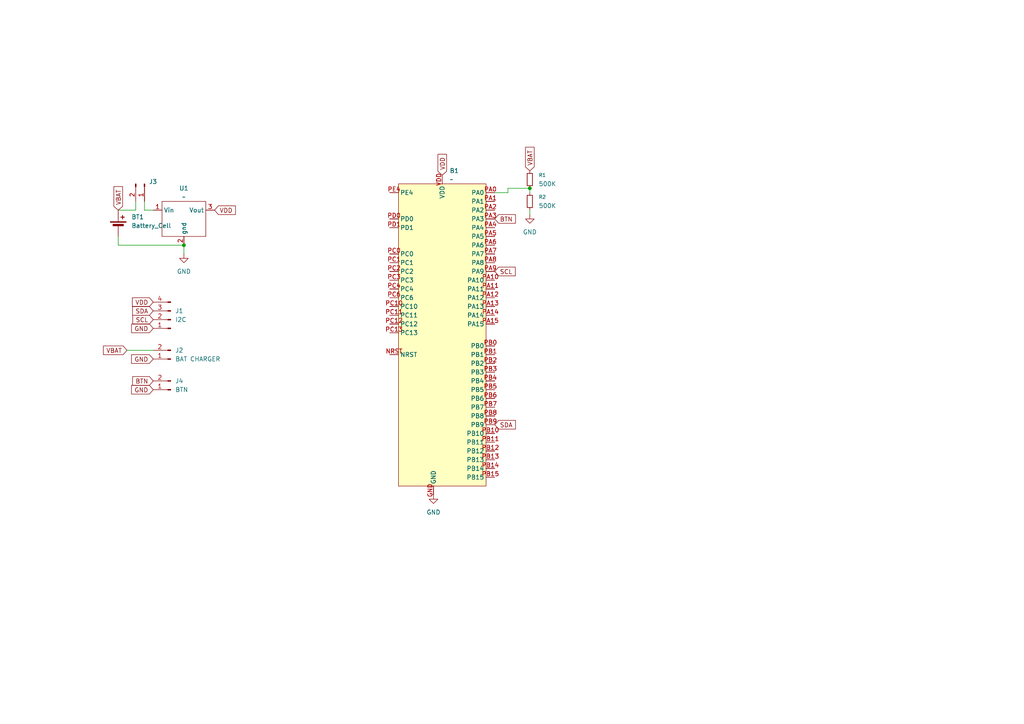
<source format=kicad_sch>
(kicad_sch
	(version 20250114)
	(generator "eeschema")
	(generator_version "9.0")
	(uuid "a92fda32-0509-471d-967e-b058d7bf7710")
	(paper "A4")
	(lib_symbols
		(symbol "CUSTOM_MCU_DEVBOARD:STM32WB5MMG_DEVBOARD"
			(exclude_from_sim no)
			(in_bom yes)
			(on_board yes)
			(property "Reference" "B"
				(at 0 3.556 0)
				(effects
					(font
						(size 1.27 1.27)
					)
				)
			)
			(property "Value" ""
				(at 0 0 0)
				(effects
					(font
						(size 1.27 1.27)
					)
				)
			)
			(property "Footprint" ""
				(at 0 0 0)
				(effects
					(font
						(size 1.27 1.27)
					)
					(hide yes)
				)
			)
			(property "Datasheet" ""
				(at 0 0 0)
				(effects
					(font
						(size 1.27 1.27)
					)
					(hide yes)
				)
			)
			(property "Description" ""
				(at 0 0 0)
				(effects
					(font
						(size 1.27 1.27)
					)
					(hide yes)
				)
			)
			(property "ki_locked" ""
				(at 0 0 0)
				(effects
					(font
						(size 1.27 1.27)
					)
				)
			)
			(symbol "STM32WB5MMG_DEVBOARD_1_1"
				(rectangle
					(start 0 0)
					(end 25.4 -87.63)
					(stroke
						(width 0)
						(type solid)
					)
					(fill
						(type background)
					)
				)
				(pin bidirectional line
					(at -2.54 -2.54 0)
					(length 2.54)
					(name "PE4"
						(effects
							(font
								(size 1.27 1.27)
							)
						)
					)
					(number "PE4"
						(effects
							(font
								(size 1.27 1.27)
							)
						)
					)
				)
				(pin bidirectional line
					(at -2.54 -10.16 0)
					(length 2.54)
					(name "PD0"
						(effects
							(font
								(size 1.27 1.27)
							)
						)
					)
					(number "PD0"
						(effects
							(font
								(size 1.27 1.27)
							)
						)
					)
				)
				(pin bidirectional line
					(at -2.54 -12.7 0)
					(length 2.54)
					(name "PD1"
						(effects
							(font
								(size 1.27 1.27)
							)
						)
					)
					(number "PD1"
						(effects
							(font
								(size 1.27 1.27)
							)
						)
					)
				)
				(pin bidirectional line
					(at -2.54 -20.32 0)
					(length 2.54)
					(name "PC0"
						(effects
							(font
								(size 1.27 1.27)
							)
						)
					)
					(number "PC0"
						(effects
							(font
								(size 1.27 1.27)
							)
						)
					)
				)
				(pin bidirectional line
					(at -2.54 -22.86 0)
					(length 2.54)
					(name "PC1"
						(effects
							(font
								(size 1.27 1.27)
							)
						)
					)
					(number "PC1"
						(effects
							(font
								(size 1.27 1.27)
							)
						)
					)
				)
				(pin bidirectional line
					(at -2.54 -25.4 0)
					(length 2.54)
					(name "PC2"
						(effects
							(font
								(size 1.27 1.27)
							)
						)
					)
					(number "PC2"
						(effects
							(font
								(size 1.27 1.27)
							)
						)
					)
				)
				(pin bidirectional line
					(at -2.54 -27.94 0)
					(length 2.54)
					(name "PC3"
						(effects
							(font
								(size 1.27 1.27)
							)
						)
					)
					(number "PC3"
						(effects
							(font
								(size 1.27 1.27)
							)
						)
					)
				)
				(pin bidirectional line
					(at -2.54 -30.48 0)
					(length 2.54)
					(name "PC4"
						(effects
							(font
								(size 1.27 1.27)
							)
						)
					)
					(number "PC4"
						(effects
							(font
								(size 1.27 1.27)
							)
						)
					)
				)
				(pin bidirectional line
					(at -2.54 -33.02 0)
					(length 2.54)
					(name "PC6"
						(effects
							(font
								(size 1.27 1.27)
							)
						)
					)
					(number "PC6"
						(effects
							(font
								(size 1.27 1.27)
							)
						)
					)
				)
				(pin bidirectional line
					(at -2.54 -35.56 0)
					(length 2.54)
					(name "PC10"
						(effects
							(font
								(size 1.27 1.27)
							)
						)
					)
					(number "PC10"
						(effects
							(font
								(size 1.27 1.27)
							)
						)
					)
				)
				(pin bidirectional line
					(at -2.54 -38.1 0)
					(length 2.54)
					(name "PC11"
						(effects
							(font
								(size 1.27 1.27)
							)
						)
					)
					(number "PC11"
						(effects
							(font
								(size 1.27 1.27)
							)
						)
					)
				)
				(pin bidirectional line
					(at -2.54 -40.64 0)
					(length 2.54)
					(name "PC12"
						(effects
							(font
								(size 1.27 1.27)
							)
						)
					)
					(number "PC12"
						(effects
							(font
								(size 1.27 1.27)
							)
						)
					)
				)
				(pin bidirectional line
					(at -2.54 -43.18 0)
					(length 2.54)
					(name "PC13"
						(effects
							(font
								(size 1.27 1.27)
							)
						)
					)
					(number "PC13"
						(effects
							(font
								(size 1.27 1.27)
							)
						)
					)
				)
				(pin bidirectional line
					(at -2.54 -49.53 0)
					(length 2.54)
					(name "NRST"
						(effects
							(font
								(size 1.27 1.27)
							)
						)
					)
					(number "NRST"
						(effects
							(font
								(size 1.27 1.27)
							)
						)
					)
				)
				(pin power_in line
					(at 10.16 -90.17 90)
					(length 2.54)
					(name "GND"
						(effects
							(font
								(size 1.27 1.27)
							)
						)
					)
					(number "GND"
						(effects
							(font
								(size 1.27 1.27)
							)
						)
					)
				)
				(pin power_in line
					(at 12.7 2.54 270)
					(length 2.54)
					(name "VDD"
						(effects
							(font
								(size 1.27 1.27)
							)
						)
					)
					(number "VDD"
						(effects
							(font
								(size 1.27 1.27)
							)
						)
					)
				)
				(pin bidirectional line
					(at 27.94 -2.54 180)
					(length 2.54)
					(name "PA0"
						(effects
							(font
								(size 1.27 1.27)
							)
						)
					)
					(number "PA0"
						(effects
							(font
								(size 1.27 1.27)
							)
						)
					)
				)
				(pin bidirectional line
					(at 27.94 -5.08 180)
					(length 2.54)
					(name "PA1"
						(effects
							(font
								(size 1.27 1.27)
							)
						)
					)
					(number "PA1"
						(effects
							(font
								(size 1.27 1.27)
							)
						)
					)
				)
				(pin bidirectional line
					(at 27.94 -7.62 180)
					(length 2.54)
					(name "PA2"
						(effects
							(font
								(size 1.27 1.27)
							)
						)
					)
					(number "PA2"
						(effects
							(font
								(size 1.27 1.27)
							)
						)
					)
				)
				(pin bidirectional line
					(at 27.94 -10.16 180)
					(length 2.54)
					(name "PA3"
						(effects
							(font
								(size 1.27 1.27)
							)
						)
					)
					(number "PA3"
						(effects
							(font
								(size 1.27 1.27)
							)
						)
					)
				)
				(pin bidirectional line
					(at 27.94 -12.7 180)
					(length 2.54)
					(name "PA4"
						(effects
							(font
								(size 1.27 1.27)
							)
						)
					)
					(number "PA4"
						(effects
							(font
								(size 1.27 1.27)
							)
						)
					)
				)
				(pin bidirectional line
					(at 27.94 -15.24 180)
					(length 2.54)
					(name "PA5"
						(effects
							(font
								(size 1.27 1.27)
							)
						)
					)
					(number "PA5"
						(effects
							(font
								(size 1.27 1.27)
							)
						)
					)
				)
				(pin bidirectional line
					(at 27.94 -17.78 180)
					(length 2.54)
					(name "PA6"
						(effects
							(font
								(size 1.27 1.27)
							)
						)
					)
					(number "PA6"
						(effects
							(font
								(size 1.27 1.27)
							)
						)
					)
				)
				(pin bidirectional line
					(at 27.94 -20.32 180)
					(length 2.54)
					(name "PA7"
						(effects
							(font
								(size 1.27 1.27)
							)
						)
					)
					(number "PA7"
						(effects
							(font
								(size 1.27 1.27)
							)
						)
					)
				)
				(pin bidirectional line
					(at 27.94 -22.86 180)
					(length 2.54)
					(name "PA8"
						(effects
							(font
								(size 1.27 1.27)
							)
						)
					)
					(number "PA8"
						(effects
							(font
								(size 1.27 1.27)
							)
						)
					)
				)
				(pin bidirectional line
					(at 27.94 -25.4 180)
					(length 2.54)
					(name "PA9"
						(effects
							(font
								(size 1.27 1.27)
							)
						)
					)
					(number "PA9"
						(effects
							(font
								(size 1.27 1.27)
							)
						)
					)
				)
				(pin bidirectional line
					(at 27.94 -27.94 180)
					(length 2.54)
					(name "PA10"
						(effects
							(font
								(size 1.27 1.27)
							)
						)
					)
					(number "PA10"
						(effects
							(font
								(size 1.27 1.27)
							)
						)
					)
				)
				(pin bidirectional line
					(at 27.94 -30.48 180)
					(length 2.54)
					(name "PA11"
						(effects
							(font
								(size 1.27 1.27)
							)
						)
					)
					(number "PA11"
						(effects
							(font
								(size 1.27 1.27)
							)
						)
					)
				)
				(pin bidirectional line
					(at 27.94 -33.02 180)
					(length 2.54)
					(name "PA12"
						(effects
							(font
								(size 1.27 1.27)
							)
						)
					)
					(number "PA12"
						(effects
							(font
								(size 1.27 1.27)
							)
						)
					)
				)
				(pin bidirectional line
					(at 27.94 -35.56 180)
					(length 2.54)
					(name "PA13"
						(effects
							(font
								(size 1.27 1.27)
							)
						)
					)
					(number "PA13"
						(effects
							(font
								(size 1.27 1.27)
							)
						)
					)
				)
				(pin bidirectional line
					(at 27.94 -38.1 180)
					(length 2.54)
					(name "PA14"
						(effects
							(font
								(size 1.27 1.27)
							)
						)
					)
					(number "PA14"
						(effects
							(font
								(size 1.27 1.27)
							)
						)
					)
				)
				(pin bidirectional line
					(at 27.94 -40.64 180)
					(length 2.54)
					(name "PA15"
						(effects
							(font
								(size 1.27 1.27)
							)
						)
					)
					(number "PA15"
						(effects
							(font
								(size 1.27 1.27)
							)
						)
					)
				)
				(pin bidirectional line
					(at 27.94 -46.99 180)
					(length 2.54)
					(name "PB0"
						(effects
							(font
								(size 1.27 1.27)
							)
						)
					)
					(number "PB0"
						(effects
							(font
								(size 1.27 1.27)
							)
						)
					)
				)
				(pin bidirectional line
					(at 27.94 -49.53 180)
					(length 2.54)
					(name "PB1"
						(effects
							(font
								(size 1.27 1.27)
							)
						)
					)
					(number "PB1"
						(effects
							(font
								(size 1.27 1.27)
							)
						)
					)
				)
				(pin bidirectional line
					(at 27.94 -52.07 180)
					(length 2.54)
					(name "PB2"
						(effects
							(font
								(size 1.27 1.27)
							)
						)
					)
					(number "PB2"
						(effects
							(font
								(size 1.27 1.27)
							)
						)
					)
				)
				(pin bidirectional line
					(at 27.94 -54.61 180)
					(length 2.54)
					(name "PB3"
						(effects
							(font
								(size 1.27 1.27)
							)
						)
					)
					(number "PB3"
						(effects
							(font
								(size 1.27 1.27)
							)
						)
					)
				)
				(pin bidirectional line
					(at 27.94 -57.15 180)
					(length 2.54)
					(name "PB4"
						(effects
							(font
								(size 1.27 1.27)
							)
						)
					)
					(number "PB4"
						(effects
							(font
								(size 1.27 1.27)
							)
						)
					)
				)
				(pin bidirectional line
					(at 27.94 -59.69 180)
					(length 2.54)
					(name "PB5"
						(effects
							(font
								(size 1.27 1.27)
							)
						)
					)
					(number "PB5"
						(effects
							(font
								(size 1.27 1.27)
							)
						)
					)
				)
				(pin bidirectional line
					(at 27.94 -62.23 180)
					(length 2.54)
					(name "PB6"
						(effects
							(font
								(size 1.27 1.27)
							)
						)
					)
					(number "PB6"
						(effects
							(font
								(size 1.27 1.27)
							)
						)
					)
				)
				(pin bidirectional line
					(at 27.94 -64.77 180)
					(length 2.54)
					(name "PB7"
						(effects
							(font
								(size 1.27 1.27)
							)
						)
					)
					(number "PB7"
						(effects
							(font
								(size 1.27 1.27)
							)
						)
					)
				)
				(pin bidirectional line
					(at 27.94 -67.31 180)
					(length 2.54)
					(name "PB8"
						(effects
							(font
								(size 1.27 1.27)
							)
						)
					)
					(number "PB8"
						(effects
							(font
								(size 1.27 1.27)
							)
						)
					)
				)
				(pin bidirectional line
					(at 27.94 -69.85 180)
					(length 2.54)
					(name "PB9"
						(effects
							(font
								(size 1.27 1.27)
							)
						)
					)
					(number "PB9"
						(effects
							(font
								(size 1.27 1.27)
							)
						)
					)
				)
				(pin bidirectional line
					(at 27.94 -72.39 180)
					(length 2.54)
					(name "PB10"
						(effects
							(font
								(size 1.27 1.27)
							)
						)
					)
					(number "PB10"
						(effects
							(font
								(size 1.27 1.27)
							)
						)
					)
				)
				(pin bidirectional line
					(at 27.94 -74.93 180)
					(length 2.54)
					(name "PB11"
						(effects
							(font
								(size 1.27 1.27)
							)
						)
					)
					(number "PB11"
						(effects
							(font
								(size 1.27 1.27)
							)
						)
					)
				)
				(pin bidirectional line
					(at 27.94 -77.47 180)
					(length 2.54)
					(name "PB12"
						(effects
							(font
								(size 1.27 1.27)
							)
						)
					)
					(number "PB12"
						(effects
							(font
								(size 1.27 1.27)
							)
						)
					)
				)
				(pin bidirectional line
					(at 27.94 -80.01 180)
					(length 2.54)
					(name "PB13"
						(effects
							(font
								(size 1.27 1.27)
							)
						)
					)
					(number "PB13"
						(effects
							(font
								(size 1.27 1.27)
							)
						)
					)
				)
				(pin bidirectional line
					(at 27.94 -82.55 180)
					(length 2.54)
					(name "PB14"
						(effects
							(font
								(size 1.27 1.27)
							)
						)
					)
					(number "PB14"
						(effects
							(font
								(size 1.27 1.27)
							)
						)
					)
				)
				(pin bidirectional line
					(at 27.94 -85.09 180)
					(length 2.54)
					(name "PB15"
						(effects
							(font
								(size 1.27 1.27)
							)
						)
					)
					(number "PB15"
						(effects
							(font
								(size 1.27 1.27)
							)
						)
					)
				)
			)
			(embedded_fonts no)
		)
		(symbol "CUSTOM_MODULE:LM3671_MODULE"
			(exclude_from_sim no)
			(in_bom yes)
			(on_board yes)
			(property "Reference" "U"
				(at 6.35 1.016 0)
				(effects
					(font
						(size 1.27 1.27)
					)
				)
			)
			(property "Value" ""
				(at 0 0 0)
				(effects
					(font
						(size 1.27 1.27)
					)
				)
			)
			(property "Footprint" ""
				(at 0 0 0)
				(effects
					(font
						(size 1.27 1.27)
					)
					(hide yes)
				)
			)
			(property "Datasheet" ""
				(at 0 0 0)
				(effects
					(font
						(size 1.27 1.27)
					)
					(hide yes)
				)
			)
			(property "Description" ""
				(at 0 0 0)
				(effects
					(font
						(size 1.27 1.27)
					)
					(hide yes)
				)
			)
			(symbol "LM3671_MODULE_0_1"
				(rectangle
					(start 0 0)
					(end 12.7 -10.16)
					(stroke
						(width 0)
						(type default)
					)
					(fill
						(type none)
					)
				)
			)
			(symbol "LM3671_MODULE_1_1"
				(pin power_in line
					(at -2.54 -2.54 0)
					(length 2.54)
					(name "Vin"
						(effects
							(font
								(size 1.27 1.27)
							)
						)
					)
					(number "1"
						(effects
							(font
								(size 1.27 1.27)
							)
						)
					)
				)
				(pin power_in line
					(at 6.35 -12.7 90)
					(length 2.54)
					(name "gnd"
						(effects
							(font
								(size 1.27 1.27)
							)
						)
					)
					(number "2"
						(effects
							(font
								(size 1.27 1.27)
							)
						)
					)
				)
				(pin power_out line
					(at 15.24 -2.54 180)
					(length 2.54)
					(name "Vout"
						(effects
							(font
								(size 1.27 1.27)
							)
						)
					)
					(number "3"
						(effects
							(font
								(size 1.27 1.27)
							)
						)
					)
				)
			)
			(embedded_fonts no)
		)
		(symbol "Connector:Conn_01x02_Pin"
			(pin_names
				(offset 1.016)
				(hide yes)
			)
			(exclude_from_sim no)
			(in_bom yes)
			(on_board yes)
			(property "Reference" "J"
				(at 0 2.54 0)
				(effects
					(font
						(size 1.27 1.27)
					)
				)
			)
			(property "Value" "Conn_01x02_Pin"
				(at 0 -5.08 0)
				(effects
					(font
						(size 1.27 1.27)
					)
				)
			)
			(property "Footprint" ""
				(at 0 0 0)
				(effects
					(font
						(size 1.27 1.27)
					)
					(hide yes)
				)
			)
			(property "Datasheet" "~"
				(at 0 0 0)
				(effects
					(font
						(size 1.27 1.27)
					)
					(hide yes)
				)
			)
			(property "Description" "Generic connector, single row, 01x02, script generated"
				(at 0 0 0)
				(effects
					(font
						(size 1.27 1.27)
					)
					(hide yes)
				)
			)
			(property "ki_locked" ""
				(at 0 0 0)
				(effects
					(font
						(size 1.27 1.27)
					)
				)
			)
			(property "ki_keywords" "connector"
				(at 0 0 0)
				(effects
					(font
						(size 1.27 1.27)
					)
					(hide yes)
				)
			)
			(property "ki_fp_filters" "Connector*:*_1x??_*"
				(at 0 0 0)
				(effects
					(font
						(size 1.27 1.27)
					)
					(hide yes)
				)
			)
			(symbol "Conn_01x02_Pin_1_1"
				(rectangle
					(start 0.8636 0.127)
					(end 0 -0.127)
					(stroke
						(width 0.1524)
						(type default)
					)
					(fill
						(type outline)
					)
				)
				(rectangle
					(start 0.8636 -2.413)
					(end 0 -2.667)
					(stroke
						(width 0.1524)
						(type default)
					)
					(fill
						(type outline)
					)
				)
				(polyline
					(pts
						(xy 1.27 0) (xy 0.8636 0)
					)
					(stroke
						(width 0.1524)
						(type default)
					)
					(fill
						(type none)
					)
				)
				(polyline
					(pts
						(xy 1.27 -2.54) (xy 0.8636 -2.54)
					)
					(stroke
						(width 0.1524)
						(type default)
					)
					(fill
						(type none)
					)
				)
				(pin passive line
					(at 5.08 0 180)
					(length 3.81)
					(name "Pin_1"
						(effects
							(font
								(size 1.27 1.27)
							)
						)
					)
					(number "1"
						(effects
							(font
								(size 1.27 1.27)
							)
						)
					)
				)
				(pin passive line
					(at 5.08 -2.54 180)
					(length 3.81)
					(name "Pin_2"
						(effects
							(font
								(size 1.27 1.27)
							)
						)
					)
					(number "2"
						(effects
							(font
								(size 1.27 1.27)
							)
						)
					)
				)
			)
			(embedded_fonts no)
		)
		(symbol "Connector:Conn_01x04_Pin"
			(pin_names
				(offset 1.016)
				(hide yes)
			)
			(exclude_from_sim no)
			(in_bom yes)
			(on_board yes)
			(property "Reference" "J"
				(at 0 5.08 0)
				(effects
					(font
						(size 1.27 1.27)
					)
				)
			)
			(property "Value" "Conn_01x04_Pin"
				(at 0 -7.62 0)
				(effects
					(font
						(size 1.27 1.27)
					)
				)
			)
			(property "Footprint" ""
				(at 0 0 0)
				(effects
					(font
						(size 1.27 1.27)
					)
					(hide yes)
				)
			)
			(property "Datasheet" "~"
				(at 0 0 0)
				(effects
					(font
						(size 1.27 1.27)
					)
					(hide yes)
				)
			)
			(property "Description" "Generic connector, single row, 01x04, script generated"
				(at 0 0 0)
				(effects
					(font
						(size 1.27 1.27)
					)
					(hide yes)
				)
			)
			(property "ki_locked" ""
				(at 0 0 0)
				(effects
					(font
						(size 1.27 1.27)
					)
				)
			)
			(property "ki_keywords" "connector"
				(at 0 0 0)
				(effects
					(font
						(size 1.27 1.27)
					)
					(hide yes)
				)
			)
			(property "ki_fp_filters" "Connector*:*_1x??_*"
				(at 0 0 0)
				(effects
					(font
						(size 1.27 1.27)
					)
					(hide yes)
				)
			)
			(symbol "Conn_01x04_Pin_1_1"
				(rectangle
					(start 0.8636 2.667)
					(end 0 2.413)
					(stroke
						(width 0.1524)
						(type default)
					)
					(fill
						(type outline)
					)
				)
				(rectangle
					(start 0.8636 0.127)
					(end 0 -0.127)
					(stroke
						(width 0.1524)
						(type default)
					)
					(fill
						(type outline)
					)
				)
				(rectangle
					(start 0.8636 -2.413)
					(end 0 -2.667)
					(stroke
						(width 0.1524)
						(type default)
					)
					(fill
						(type outline)
					)
				)
				(rectangle
					(start 0.8636 -4.953)
					(end 0 -5.207)
					(stroke
						(width 0.1524)
						(type default)
					)
					(fill
						(type outline)
					)
				)
				(polyline
					(pts
						(xy 1.27 2.54) (xy 0.8636 2.54)
					)
					(stroke
						(width 0.1524)
						(type default)
					)
					(fill
						(type none)
					)
				)
				(polyline
					(pts
						(xy 1.27 0) (xy 0.8636 0)
					)
					(stroke
						(width 0.1524)
						(type default)
					)
					(fill
						(type none)
					)
				)
				(polyline
					(pts
						(xy 1.27 -2.54) (xy 0.8636 -2.54)
					)
					(stroke
						(width 0.1524)
						(type default)
					)
					(fill
						(type none)
					)
				)
				(polyline
					(pts
						(xy 1.27 -5.08) (xy 0.8636 -5.08)
					)
					(stroke
						(width 0.1524)
						(type default)
					)
					(fill
						(type none)
					)
				)
				(pin passive line
					(at 5.08 2.54 180)
					(length 3.81)
					(name "Pin_1"
						(effects
							(font
								(size 1.27 1.27)
							)
						)
					)
					(number "1"
						(effects
							(font
								(size 1.27 1.27)
							)
						)
					)
				)
				(pin passive line
					(at 5.08 0 180)
					(length 3.81)
					(name "Pin_2"
						(effects
							(font
								(size 1.27 1.27)
							)
						)
					)
					(number "2"
						(effects
							(font
								(size 1.27 1.27)
							)
						)
					)
				)
				(pin passive line
					(at 5.08 -2.54 180)
					(length 3.81)
					(name "Pin_3"
						(effects
							(font
								(size 1.27 1.27)
							)
						)
					)
					(number "3"
						(effects
							(font
								(size 1.27 1.27)
							)
						)
					)
				)
				(pin passive line
					(at 5.08 -5.08 180)
					(length 3.81)
					(name "Pin_4"
						(effects
							(font
								(size 1.27 1.27)
							)
						)
					)
					(number "4"
						(effects
							(font
								(size 1.27 1.27)
							)
						)
					)
				)
			)
			(embedded_fonts no)
		)
		(symbol "Device:Battery_Cell"
			(pin_numbers
				(hide yes)
			)
			(pin_names
				(offset 0)
				(hide yes)
			)
			(exclude_from_sim no)
			(in_bom yes)
			(on_board yes)
			(property "Reference" "BT"
				(at 2.54 2.54 0)
				(effects
					(font
						(size 1.27 1.27)
					)
					(justify left)
				)
			)
			(property "Value" "Battery_Cell"
				(at 2.54 0 0)
				(effects
					(font
						(size 1.27 1.27)
					)
					(justify left)
				)
			)
			(property "Footprint" ""
				(at 0 1.524 90)
				(effects
					(font
						(size 1.27 1.27)
					)
					(hide yes)
				)
			)
			(property "Datasheet" "~"
				(at 0 1.524 90)
				(effects
					(font
						(size 1.27 1.27)
					)
					(hide yes)
				)
			)
			(property "Description" "Single-cell battery"
				(at 0 0 0)
				(effects
					(font
						(size 1.27 1.27)
					)
					(hide yes)
				)
			)
			(property "ki_keywords" "battery cell"
				(at 0 0 0)
				(effects
					(font
						(size 1.27 1.27)
					)
					(hide yes)
				)
			)
			(symbol "Battery_Cell_0_1"
				(rectangle
					(start -2.286 1.778)
					(end 2.286 1.524)
					(stroke
						(width 0)
						(type default)
					)
					(fill
						(type outline)
					)
				)
				(rectangle
					(start -1.524 1.016)
					(end 1.524 0.508)
					(stroke
						(width 0)
						(type default)
					)
					(fill
						(type outline)
					)
				)
				(polyline
					(pts
						(xy 0 1.778) (xy 0 2.54)
					)
					(stroke
						(width 0)
						(type default)
					)
					(fill
						(type none)
					)
				)
				(polyline
					(pts
						(xy 0 0.762) (xy 0 0)
					)
					(stroke
						(width 0)
						(type default)
					)
					(fill
						(type none)
					)
				)
				(polyline
					(pts
						(xy 0.762 3.048) (xy 1.778 3.048)
					)
					(stroke
						(width 0.254)
						(type default)
					)
					(fill
						(type none)
					)
				)
				(polyline
					(pts
						(xy 1.27 3.556) (xy 1.27 2.54)
					)
					(stroke
						(width 0.254)
						(type default)
					)
					(fill
						(type none)
					)
				)
			)
			(symbol "Battery_Cell_1_1"
				(pin passive line
					(at 0 5.08 270)
					(length 2.54)
					(name "+"
						(effects
							(font
								(size 1.27 1.27)
							)
						)
					)
					(number "1"
						(effects
							(font
								(size 1.27 1.27)
							)
						)
					)
				)
				(pin passive line
					(at 0 -2.54 90)
					(length 2.54)
					(name "-"
						(effects
							(font
								(size 1.27 1.27)
							)
						)
					)
					(number "2"
						(effects
							(font
								(size 1.27 1.27)
							)
						)
					)
				)
			)
			(embedded_fonts no)
		)
		(symbol "Device:R_Small"
			(pin_numbers
				(hide yes)
			)
			(pin_names
				(offset 0.254)
				(hide yes)
			)
			(exclude_from_sim no)
			(in_bom yes)
			(on_board yes)
			(property "Reference" "R"
				(at 0 0 90)
				(effects
					(font
						(size 1.016 1.016)
					)
				)
			)
			(property "Value" "R_Small"
				(at 1.778 0 90)
				(effects
					(font
						(size 1.27 1.27)
					)
				)
			)
			(property "Footprint" ""
				(at 0 0 0)
				(effects
					(font
						(size 1.27 1.27)
					)
					(hide yes)
				)
			)
			(property "Datasheet" "~"
				(at 0 0 0)
				(effects
					(font
						(size 1.27 1.27)
					)
					(hide yes)
				)
			)
			(property "Description" "Resistor, small symbol"
				(at 0 0 0)
				(effects
					(font
						(size 1.27 1.27)
					)
					(hide yes)
				)
			)
			(property "ki_keywords" "R resistor"
				(at 0 0 0)
				(effects
					(font
						(size 1.27 1.27)
					)
					(hide yes)
				)
			)
			(property "ki_fp_filters" "R_*"
				(at 0 0 0)
				(effects
					(font
						(size 1.27 1.27)
					)
					(hide yes)
				)
			)
			(symbol "R_Small_0_1"
				(rectangle
					(start -0.762 1.778)
					(end 0.762 -1.778)
					(stroke
						(width 0.2032)
						(type default)
					)
					(fill
						(type none)
					)
				)
			)
			(symbol "R_Small_1_1"
				(pin passive line
					(at 0 2.54 270)
					(length 0.762)
					(name "~"
						(effects
							(font
								(size 1.27 1.27)
							)
						)
					)
					(number "1"
						(effects
							(font
								(size 1.27 1.27)
							)
						)
					)
				)
				(pin passive line
					(at 0 -2.54 90)
					(length 0.762)
					(name "~"
						(effects
							(font
								(size 1.27 1.27)
							)
						)
					)
					(number "2"
						(effects
							(font
								(size 1.27 1.27)
							)
						)
					)
				)
			)
			(embedded_fonts no)
		)
		(symbol "power:GND"
			(power)
			(pin_numbers
				(hide yes)
			)
			(pin_names
				(offset 0)
				(hide yes)
			)
			(exclude_from_sim no)
			(in_bom yes)
			(on_board yes)
			(property "Reference" "#PWR"
				(at 0 -6.35 0)
				(effects
					(font
						(size 1.27 1.27)
					)
					(hide yes)
				)
			)
			(property "Value" "GND"
				(at 0 -3.81 0)
				(effects
					(font
						(size 1.27 1.27)
					)
				)
			)
			(property "Footprint" ""
				(at 0 0 0)
				(effects
					(font
						(size 1.27 1.27)
					)
					(hide yes)
				)
			)
			(property "Datasheet" ""
				(at 0 0 0)
				(effects
					(font
						(size 1.27 1.27)
					)
					(hide yes)
				)
			)
			(property "Description" "Power symbol creates a global label with name \"GND\" , ground"
				(at 0 0 0)
				(effects
					(font
						(size 1.27 1.27)
					)
					(hide yes)
				)
			)
			(property "ki_keywords" "global power"
				(at 0 0 0)
				(effects
					(font
						(size 1.27 1.27)
					)
					(hide yes)
				)
			)
			(symbol "GND_0_1"
				(polyline
					(pts
						(xy 0 0) (xy 0 -1.27) (xy 1.27 -1.27) (xy 0 -2.54) (xy -1.27 -1.27) (xy 0 -1.27)
					)
					(stroke
						(width 0)
						(type default)
					)
					(fill
						(type none)
					)
				)
			)
			(symbol "GND_1_1"
				(pin power_in line
					(at 0 0 270)
					(length 0)
					(name "~"
						(effects
							(font
								(size 1.27 1.27)
							)
						)
					)
					(number "1"
						(effects
							(font
								(size 1.27 1.27)
							)
						)
					)
				)
			)
			(embedded_fonts no)
		)
	)
	(junction
		(at 53.34 71.12)
		(diameter 0)
		(color 0 0 0 0)
		(uuid "33f67e12-d6a2-4bda-b578-ef383a494341")
	)
	(junction
		(at 153.67 54.61)
		(diameter 0)
		(color 0 0 0 0)
		(uuid "345fcdd3-60b9-460c-9818-66918cd38b8a")
	)
	(wire
		(pts
			(xy 153.67 60.96) (xy 153.67 62.23)
		)
		(stroke
			(width 0)
			(type default)
		)
		(uuid "059f8e06-87ef-440c-bf70-7d607183cfc8")
	)
	(wire
		(pts
			(xy 53.34 73.66) (xy 53.34 71.12)
		)
		(stroke
			(width 0)
			(type default)
		)
		(uuid "1e37c39f-6e90-44d1-83a4-594f843282cd")
	)
	(wire
		(pts
			(xy 34.29 71.12) (xy 53.34 71.12)
		)
		(stroke
			(width 0)
			(type default)
		)
		(uuid "52292587-d139-4f28-948a-9f60a86ea0eb")
	)
	(wire
		(pts
			(xy 39.37 58.42) (xy 39.37 60.96)
		)
		(stroke
			(width 0)
			(type default)
		)
		(uuid "632ea46a-e194-474f-9cb0-2bfd2ddae100")
	)
	(wire
		(pts
			(xy 34.29 68.58) (xy 34.29 71.12)
		)
		(stroke
			(width 0)
			(type default)
		)
		(uuid "77efe2b1-a960-4fae-93df-c1773e0b865c")
	)
	(wire
		(pts
			(xy 143.51 55.88) (xy 147.32 55.88)
		)
		(stroke
			(width 0)
			(type default)
		)
		(uuid "7a1ff201-054f-40ee-8a1a-bd9469def9ea")
	)
	(wire
		(pts
			(xy 41.91 60.96) (xy 44.45 60.96)
		)
		(stroke
			(width 0)
			(type default)
		)
		(uuid "81c00728-971c-4e42-b1c1-ce0900e75521")
	)
	(wire
		(pts
			(xy 147.32 55.88) (xy 147.32 54.61)
		)
		(stroke
			(width 0)
			(type default)
		)
		(uuid "a56dbd30-fbe0-41ad-8774-9e363628ac9a")
	)
	(wire
		(pts
			(xy 41.91 58.42) (xy 41.91 60.96)
		)
		(stroke
			(width 0)
			(type default)
		)
		(uuid "b298a906-825f-43c0-a8ca-f117112b887c")
	)
	(wire
		(pts
			(xy 39.37 60.96) (xy 34.29 60.96)
		)
		(stroke
			(width 0)
			(type default)
		)
		(uuid "b6bf44ed-b39d-416c-9bf8-169a36a9ad9e")
	)
	(wire
		(pts
			(xy 153.67 55.88) (xy 153.67 54.61)
		)
		(stroke
			(width 0)
			(type default)
		)
		(uuid "bdce304a-841a-41b2-bae6-f073642e5653")
	)
	(wire
		(pts
			(xy 36.83 101.6) (xy 44.45 101.6)
		)
		(stroke
			(width 0)
			(type default)
		)
		(uuid "c98fc9aa-8712-404b-bcad-545a8cb4363d")
	)
	(wire
		(pts
			(xy 147.32 54.61) (xy 153.67 54.61)
		)
		(stroke
			(width 0)
			(type default)
		)
		(uuid "e01036b8-ba81-4f7c-a090-4f629e6c3e49")
	)
	(global_label "VBAT"
		(shape input)
		(at 34.29 60.96 90)
		(fields_autoplaced yes)
		(effects
			(font
				(size 1.27 1.27)
			)
			(justify left)
		)
		(uuid "0b60b760-a2b9-43b4-9ad9-94f97559c4f4")
		(property "Intersheetrefs" "${INTERSHEET_REFS}"
			(at 34.29 53.56 90)
			(effects
				(font
					(size 1.27 1.27)
				)
				(justify left)
				(hide yes)
			)
		)
	)
	(global_label "VDD"
		(shape input)
		(at 62.23 60.96 0)
		(fields_autoplaced yes)
		(effects
			(font
				(size 1.27 1.27)
			)
			(justify left)
		)
		(uuid "1618aea0-f471-46a5-8fee-53350b43c3b9")
		(property "Intersheetrefs" "${INTERSHEET_REFS}"
			(at 68.8438 60.96 0)
			(effects
				(font
					(size 1.27 1.27)
				)
				(justify left)
				(hide yes)
			)
		)
	)
	(global_label "VBAT"
		(shape input)
		(at 36.83 101.6 180)
		(fields_autoplaced yes)
		(effects
			(font
				(size 1.27 1.27)
			)
			(justify right)
		)
		(uuid "31cd315d-15c0-4d60-bcd0-bbbee1428503")
		(property "Intersheetrefs" "${INTERSHEET_REFS}"
			(at 29.43 101.6 0)
			(effects
				(font
					(size 1.27 1.27)
				)
				(justify right)
				(hide yes)
			)
		)
	)
	(global_label "VBAT"
		(shape input)
		(at 153.67 49.53 90)
		(fields_autoplaced yes)
		(effects
			(font
				(size 1.27 1.27)
			)
			(justify left)
		)
		(uuid "38f452ba-a777-4cfd-9480-a611a9383d3b")
		(property "Intersheetrefs" "${INTERSHEET_REFS}"
			(at 153.67 42.13 90)
			(effects
				(font
					(size 1.27 1.27)
				)
				(justify left)
				(hide yes)
			)
		)
	)
	(global_label "SDA"
		(shape input)
		(at 44.45 90.17 180)
		(fields_autoplaced yes)
		(effects
			(font
				(size 1.27 1.27)
			)
			(justify right)
		)
		(uuid "5ccde581-e54a-48ee-a1f2-de70c9d44b67")
		(property "Intersheetrefs" "${INTERSHEET_REFS}"
			(at 37.8967 90.17 0)
			(effects
				(font
					(size 1.27 1.27)
				)
				(justify right)
				(hide yes)
			)
		)
	)
	(global_label "VDD"
		(shape input)
		(at 44.45 87.63 180)
		(fields_autoplaced yes)
		(effects
			(font
				(size 1.27 1.27)
			)
			(justify right)
		)
		(uuid "66f5e4b3-67d3-447f-b386-0430c2e2c6ef")
		(property "Intersheetrefs" "${INTERSHEET_REFS}"
			(at 37.8362 87.63 0)
			(effects
				(font
					(size 1.27 1.27)
				)
				(justify right)
				(hide yes)
			)
		)
	)
	(global_label "BTN"
		(shape input)
		(at 44.45 110.49 180)
		(fields_autoplaced yes)
		(effects
			(font
				(size 1.27 1.27)
			)
			(justify right)
		)
		(uuid "79c20130-1e95-4adf-8407-61da91be8c78")
		(property "Intersheetrefs" "${INTERSHEET_REFS}"
			(at 37.8967 110.49 0)
			(effects
				(font
					(size 1.27 1.27)
				)
				(justify right)
				(hide yes)
			)
		)
	)
	(global_label "GND"
		(shape input)
		(at 44.45 104.14 180)
		(fields_autoplaced yes)
		(effects
			(font
				(size 1.27 1.27)
			)
			(justify right)
		)
		(uuid "7a4e5d74-5425-41fc-9993-a56689d8d8ba")
		(property "Intersheetrefs" "${INTERSHEET_REFS}"
			(at 37.5943 104.14 0)
			(effects
				(font
					(size 1.27 1.27)
				)
				(justify right)
				(hide yes)
			)
		)
	)
	(global_label "SDA"
		(shape input)
		(at 143.51 123.19 0)
		(fields_autoplaced yes)
		(effects
			(font
				(size 1.27 1.27)
			)
			(justify left)
		)
		(uuid "8204dc99-afe0-4cc8-8d0b-011f3d7bddf5")
		(property "Intersheetrefs" "${INTERSHEET_REFS}"
			(at 150.0633 123.19 0)
			(effects
				(font
					(size 1.27 1.27)
				)
				(justify left)
				(hide yes)
			)
		)
	)
	(global_label "BTN"
		(shape input)
		(at 143.51 63.5 0)
		(fields_autoplaced yes)
		(effects
			(font
				(size 1.27 1.27)
			)
			(justify left)
		)
		(uuid "95d17441-2b41-4fb4-a33a-2a98f7acb557")
		(property "Intersheetrefs" "${INTERSHEET_REFS}"
			(at 150.0633 63.5 0)
			(effects
				(font
					(size 1.27 1.27)
				)
				(justify left)
				(hide yes)
			)
		)
	)
	(global_label "SCL"
		(shape input)
		(at 143.51 78.74 0)
		(fields_autoplaced yes)
		(effects
			(font
				(size 1.27 1.27)
			)
			(justify left)
		)
		(uuid "a675eba8-6416-4433-a8a6-0ab828da38f0")
		(property "Intersheetrefs" "${INTERSHEET_REFS}"
			(at 150.0028 78.74 0)
			(effects
				(font
					(size 1.27 1.27)
				)
				(justify left)
				(hide yes)
			)
		)
	)
	(global_label "SCL"
		(shape input)
		(at 44.45 92.71 180)
		(fields_autoplaced yes)
		(effects
			(font
				(size 1.27 1.27)
			)
			(justify right)
		)
		(uuid "b869f5ea-1a96-4cdb-a893-14a608cb98c8")
		(property "Intersheetrefs" "${INTERSHEET_REFS}"
			(at 37.9572 92.71 0)
			(effects
				(font
					(size 1.27 1.27)
				)
				(justify right)
				(hide yes)
			)
		)
	)
	(global_label "GND"
		(shape input)
		(at 44.45 113.03 180)
		(fields_autoplaced yes)
		(effects
			(font
				(size 1.27 1.27)
			)
			(justify right)
		)
		(uuid "bcbaf7f2-5ef8-4cd3-9065-f1a083353235")
		(property "Intersheetrefs" "${INTERSHEET_REFS}"
			(at 37.5943 113.03 0)
			(effects
				(font
					(size 1.27 1.27)
				)
				(justify right)
				(hide yes)
			)
		)
	)
	(global_label "VDD"
		(shape input)
		(at 128.27 50.8 90)
		(fields_autoplaced yes)
		(effects
			(font
				(size 1.27 1.27)
			)
			(justify left)
		)
		(uuid "dc2adca1-f16a-48c9-85a2-72954aa10946")
		(property "Intersheetrefs" "${INTERSHEET_REFS}"
			(at 128.27 44.1862 90)
			(effects
				(font
					(size 1.27 1.27)
				)
				(justify left)
				(hide yes)
			)
		)
	)
	(global_label "GND"
		(shape input)
		(at 44.45 95.25 180)
		(fields_autoplaced yes)
		(effects
			(font
				(size 1.27 1.27)
			)
			(justify right)
		)
		(uuid "ef30e7aa-d5b1-43b8-90f9-dc8555a17f8c")
		(property "Intersheetrefs" "${INTERSHEET_REFS}"
			(at 37.5943 95.25 0)
			(effects
				(font
					(size 1.27 1.27)
				)
				(justify right)
				(hide yes)
			)
		)
	)
	(symbol
		(lib_id "Device:R_Small")
		(at 153.67 58.42 0)
		(unit 1)
		(exclude_from_sim no)
		(in_bom yes)
		(on_board yes)
		(dnp no)
		(fields_autoplaced yes)
		(uuid "0c8ae07e-a14c-40c6-83c0-f937170331dc")
		(property "Reference" "R2"
			(at 156.21 57.1499 0)
			(effects
				(font
					(size 1.016 1.016)
				)
				(justify left)
			)
		)
		(property "Value" "500K"
			(at 156.21 59.6899 0)
			(effects
				(font
					(size 1.27 1.27)
				)
				(justify left)
			)
		)
		(property "Footprint" "Resistor_THT:R_Axial_DIN0207_L6.3mm_D2.5mm_P7.62mm_Horizontal"
			(at 153.67 58.42 0)
			(effects
				(font
					(size 1.27 1.27)
				)
				(hide yes)
			)
		)
		(property "Datasheet" "~"
			(at 153.67 58.42 0)
			(effects
				(font
					(size 1.27 1.27)
				)
				(hide yes)
			)
		)
		(property "Description" "Resistor, small symbol"
			(at 153.67 58.42 0)
			(effects
				(font
					(size 1.27 1.27)
				)
				(hide yes)
			)
		)
		(pin "2"
			(uuid "eef56325-ebd7-40c1-8546-5f61684c3c51")
		)
		(pin "1"
			(uuid "45e5e6d9-9983-464b-9797-dbee7a32027a")
		)
		(instances
			(project "MotoHud_Project"
				(path "/a92fda32-0509-471d-967e-b058d7bf7710"
					(reference "R2")
					(unit 1)
				)
			)
		)
	)
	(symbol
		(lib_id "Connector:Conn_01x02_Pin")
		(at 49.53 113.03 180)
		(unit 1)
		(exclude_from_sim no)
		(in_bom yes)
		(on_board yes)
		(dnp no)
		(fields_autoplaced yes)
		(uuid "125fa3de-6c56-4f90-b063-de21317ec11f")
		(property "Reference" "J4"
			(at 50.8 110.4899 0)
			(effects
				(font
					(size 1.27 1.27)
				)
				(justify right)
			)
		)
		(property "Value" "BTN"
			(at 50.8 113.0299 0)
			(effects
				(font
					(size 1.27 1.27)
				)
				(justify right)
			)
		)
		(property "Footprint" "Connector_PinHeader_2.54mm:PinHeader_1x02_P2.54mm_Vertical"
			(at 49.53 113.03 0)
			(effects
				(font
					(size 1.27 1.27)
				)
				(hide yes)
			)
		)
		(property "Datasheet" "~"
			(at 49.53 113.03 0)
			(effects
				(font
					(size 1.27 1.27)
				)
				(hide yes)
			)
		)
		(property "Description" "Generic connector, single row, 01x02, script generated"
			(at 49.53 113.03 0)
			(effects
				(font
					(size 1.27 1.27)
				)
				(hide yes)
			)
		)
		(pin "1"
			(uuid "a1e258df-5ef2-40da-9770-bd40992539bd")
		)
		(pin "2"
			(uuid "0640898d-f7d5-4b48-9573-e5f8094a4922")
		)
		(instances
			(project "MotoHud_Project"
				(path "/a92fda32-0509-471d-967e-b058d7bf7710"
					(reference "J4")
					(unit 1)
				)
			)
		)
	)
	(symbol
		(lib_id "Device:R_Small")
		(at 153.67 52.07 0)
		(unit 1)
		(exclude_from_sim no)
		(in_bom yes)
		(on_board yes)
		(dnp no)
		(fields_autoplaced yes)
		(uuid "1522b798-ef44-498e-8175-27fac8fafa9d")
		(property "Reference" "R1"
			(at 156.21 50.7999 0)
			(effects
				(font
					(size 1.016 1.016)
				)
				(justify left)
			)
		)
		(property "Value" "500K"
			(at 156.21 53.3399 0)
			(effects
				(font
					(size 1.27 1.27)
				)
				(justify left)
			)
		)
		(property "Footprint" "Resistor_THT:R_Axial_DIN0207_L6.3mm_D2.5mm_P7.62mm_Horizontal"
			(at 153.67 52.07 0)
			(effects
				(font
					(size 1.27 1.27)
				)
				(hide yes)
			)
		)
		(property "Datasheet" "~"
			(at 153.67 52.07 0)
			(effects
				(font
					(size 1.27 1.27)
				)
				(hide yes)
			)
		)
		(property "Description" "Resistor, small symbol"
			(at 153.67 52.07 0)
			(effects
				(font
					(size 1.27 1.27)
				)
				(hide yes)
			)
		)
		(pin "2"
			(uuid "5ff830a2-23bc-4918-95f6-cd180209450c")
		)
		(pin "1"
			(uuid "088ed8a5-2b9c-4447-a197-4131011775b3")
		)
		(instances
			(project ""
				(path "/a92fda32-0509-471d-967e-b058d7bf7710"
					(reference "R1")
					(unit 1)
				)
			)
		)
	)
	(symbol
		(lib_id "Device:Battery_Cell")
		(at 34.29 66.04 0)
		(unit 1)
		(exclude_from_sim no)
		(in_bom yes)
		(on_board yes)
		(dnp no)
		(fields_autoplaced yes)
		(uuid "32f26046-4e2a-45f8-a1ac-b1515e0eca03")
		(property "Reference" "BT1"
			(at 38.1 62.9284 0)
			(effects
				(font
					(size 1.27 1.27)
				)
				(justify left)
			)
		)
		(property "Value" "Battery_Cell"
			(at 38.1 65.4684 0)
			(effects
				(font
					(size 1.27 1.27)
				)
				(justify left)
			)
		)
		(property "Footprint" "Connector_PinHeader_2.54mm:PinHeader_1x02_P2.54mm_Vertical"
			(at 34.29 64.516 90)
			(effects
				(font
					(size 1.27 1.27)
				)
				(hide yes)
			)
		)
		(property "Datasheet" "~"
			(at 34.29 64.516 90)
			(effects
				(font
					(size 1.27 1.27)
				)
				(hide yes)
			)
		)
		(property "Description" "Single-cell battery"
			(at 34.29 66.04 0)
			(effects
				(font
					(size 1.27 1.27)
				)
				(hide yes)
			)
		)
		(pin "2"
			(uuid "6cef0930-53f7-42a7-a983-3a9e60b0c726")
		)
		(pin "1"
			(uuid "797a55be-a859-4eb1-8c9c-b847f81cd977")
		)
		(instances
			(project ""
				(path "/a92fda32-0509-471d-967e-b058d7bf7710"
					(reference "BT1")
					(unit 1)
				)
			)
		)
	)
	(symbol
		(lib_id "power:GND")
		(at 125.73 143.51 0)
		(unit 1)
		(exclude_from_sim no)
		(in_bom yes)
		(on_board yes)
		(dnp no)
		(fields_autoplaced yes)
		(uuid "384e5520-020e-4add-9a35-f8a3eb6e4b91")
		(property "Reference" "#PWR02"
			(at 125.73 149.86 0)
			(effects
				(font
					(size 1.27 1.27)
				)
				(hide yes)
			)
		)
		(property "Value" "GND"
			(at 125.73 148.59 0)
			(effects
				(font
					(size 1.27 1.27)
				)
			)
		)
		(property "Footprint" ""
			(at 125.73 143.51 0)
			(effects
				(font
					(size 1.27 1.27)
				)
				(hide yes)
			)
		)
		(property "Datasheet" ""
			(at 125.73 143.51 0)
			(effects
				(font
					(size 1.27 1.27)
				)
				(hide yes)
			)
		)
		(property "Description" "Power symbol creates a global label with name \"GND\" , ground"
			(at 125.73 143.51 0)
			(effects
				(font
					(size 1.27 1.27)
				)
				(hide yes)
			)
		)
		(pin "1"
			(uuid "90df4585-27ea-4d83-b457-93d91ed43e86")
		)
		(instances
			(project "MotoHud_Project"
				(path "/a92fda32-0509-471d-967e-b058d7bf7710"
					(reference "#PWR02")
					(unit 1)
				)
			)
		)
	)
	(symbol
		(lib_id "Connector:Conn_01x02_Pin")
		(at 49.53 104.14 180)
		(unit 1)
		(exclude_from_sim no)
		(in_bom yes)
		(on_board yes)
		(dnp no)
		(fields_autoplaced yes)
		(uuid "3dae45d9-7327-4a6b-8e27-7def10c6218e")
		(property "Reference" "J2"
			(at 50.8 101.5999 0)
			(effects
				(font
					(size 1.27 1.27)
				)
				(justify right)
			)
		)
		(property "Value" "BAT CHARGER"
			(at 50.8 104.1399 0)
			(effects
				(font
					(size 1.27 1.27)
				)
				(justify right)
			)
		)
		(property "Footprint" "Connector_PinHeader_2.54mm:PinHeader_1x02_P2.54mm_Vertical"
			(at 49.53 104.14 0)
			(effects
				(font
					(size 1.27 1.27)
				)
				(hide yes)
			)
		)
		(property "Datasheet" "~"
			(at 49.53 104.14 0)
			(effects
				(font
					(size 1.27 1.27)
				)
				(hide yes)
			)
		)
		(property "Description" "Generic connector, single row, 01x02, script generated"
			(at 49.53 104.14 0)
			(effects
				(font
					(size 1.27 1.27)
				)
				(hide yes)
			)
		)
		(pin "1"
			(uuid "bd69d85e-df4f-4657-8814-4f02f37787cd")
		)
		(pin "2"
			(uuid "23eb1927-2753-424e-9f49-d3c324a0160f")
		)
		(instances
			(project ""
				(path "/a92fda32-0509-471d-967e-b058d7bf7710"
					(reference "J2")
					(unit 1)
				)
			)
		)
	)
	(symbol
		(lib_id "Connector:Conn_01x04_Pin")
		(at 49.53 92.71 180)
		(unit 1)
		(exclude_from_sim no)
		(in_bom yes)
		(on_board yes)
		(dnp no)
		(fields_autoplaced yes)
		(uuid "3e1cc1ca-2ad5-453a-90ca-fb79eff293d9")
		(property "Reference" "J1"
			(at 50.8 90.1699 0)
			(effects
				(font
					(size 1.27 1.27)
				)
				(justify right)
			)
		)
		(property "Value" "I2C"
			(at 50.8 92.7099 0)
			(effects
				(font
					(size 1.27 1.27)
				)
				(justify right)
			)
		)
		(property "Footprint" "Connector_PinHeader_2.54mm:PinHeader_1x04_P2.54mm_Vertical"
			(at 49.53 92.71 0)
			(effects
				(font
					(size 1.27 1.27)
				)
				(hide yes)
			)
		)
		(property "Datasheet" "~"
			(at 49.53 92.71 0)
			(effects
				(font
					(size 1.27 1.27)
				)
				(hide yes)
			)
		)
		(property "Description" "Generic connector, single row, 01x04, script generated"
			(at 49.53 92.71 0)
			(effects
				(font
					(size 1.27 1.27)
				)
				(hide yes)
			)
		)
		(pin "2"
			(uuid "ac0c2f0f-1d03-4a5d-bc3f-449fce215c66")
		)
		(pin "4"
			(uuid "475d3cf3-dd71-45bc-a488-a35f73c32753")
		)
		(pin "3"
			(uuid "f3b1a152-2c59-4938-8c64-a10ca670d3b9")
		)
		(pin "1"
			(uuid "d0891313-e097-4fc3-8130-e98c6b196f53")
		)
		(instances
			(project ""
				(path "/a92fda32-0509-471d-967e-b058d7bf7710"
					(reference "J1")
					(unit 1)
				)
			)
		)
	)
	(symbol
		(lib_id "CUSTOM_MODULE:LM3671_MODULE")
		(at 46.99 58.42 0)
		(unit 1)
		(exclude_from_sim no)
		(in_bom yes)
		(on_board yes)
		(dnp no)
		(fields_autoplaced yes)
		(uuid "42f48190-090a-4a17-901c-8f8e43c4e566")
		(property "Reference" "U1"
			(at 53.34 54.61 0)
			(effects
				(font
					(size 1.27 1.27)
				)
			)
		)
		(property "Value" "~"
			(at 53.34 57.15 0)
			(effects
				(font
					(size 1.27 1.27)
				)
			)
		)
		(property "Footprint" "CUSTOM_MODULES:LM3671_MODULE"
			(at 46.99 58.42 0)
			(effects
				(font
					(size 1.27 1.27)
				)
				(hide yes)
			)
		)
		(property "Datasheet" ""
			(at 46.99 58.42 0)
			(effects
				(font
					(size 1.27 1.27)
				)
				(hide yes)
			)
		)
		(property "Description" ""
			(at 46.99 58.42 0)
			(effects
				(font
					(size 1.27 1.27)
				)
				(hide yes)
			)
		)
		(pin "2"
			(uuid "28ad7077-d731-4fa2-88f8-8652da26dd7c")
		)
		(pin "3"
			(uuid "29a5e20c-14d5-497d-8dfe-3cc08cb9d93d")
		)
		(pin "1"
			(uuid "114644e3-67bf-43e5-adde-8abc0473daad")
		)
		(instances
			(project ""
				(path "/a92fda32-0509-471d-967e-b058d7bf7710"
					(reference "U1")
					(unit 1)
				)
			)
		)
	)
	(symbol
		(lib_id "power:GND")
		(at 153.67 62.23 0)
		(unit 1)
		(exclude_from_sim no)
		(in_bom yes)
		(on_board yes)
		(dnp no)
		(fields_autoplaced yes)
		(uuid "9868a260-c681-4c6c-9142-7668574ce241")
		(property "Reference" "#PWR03"
			(at 153.67 68.58 0)
			(effects
				(font
					(size 1.27 1.27)
				)
				(hide yes)
			)
		)
		(property "Value" "GND"
			(at 153.67 67.31 0)
			(effects
				(font
					(size 1.27 1.27)
				)
			)
		)
		(property "Footprint" ""
			(at 153.67 62.23 0)
			(effects
				(font
					(size 1.27 1.27)
				)
				(hide yes)
			)
		)
		(property "Datasheet" ""
			(at 153.67 62.23 0)
			(effects
				(font
					(size 1.27 1.27)
				)
				(hide yes)
			)
		)
		(property "Description" "Power symbol creates a global label with name \"GND\" , ground"
			(at 153.67 62.23 0)
			(effects
				(font
					(size 1.27 1.27)
				)
				(hide yes)
			)
		)
		(pin "1"
			(uuid "196b3cd7-06c0-4d47-a9b4-6e0aa4acc890")
		)
		(instances
			(project "MotoHud_Project"
				(path "/a92fda32-0509-471d-967e-b058d7bf7710"
					(reference "#PWR03")
					(unit 1)
				)
			)
		)
	)
	(symbol
		(lib_id "Connector:Conn_01x02_Pin")
		(at 41.91 53.34 270)
		(unit 1)
		(exclude_from_sim no)
		(in_bom yes)
		(on_board yes)
		(dnp no)
		(fields_autoplaced yes)
		(uuid "bfcbfeca-2446-49ff-be3a-37caa9fa13c8")
		(property "Reference" "J3"
			(at 43.18 52.7049 90)
			(effects
				(font
					(size 1.27 1.27)
				)
				(justify left)
			)
		)
		(property "Value" "Conn_01x02_Pin"
			(at 43.18 55.2449 90)
			(effects
				(font
					(size 1.27 1.27)
				)
				(justify left)
				(hide yes)
			)
		)
		(property "Footprint" "Connector_PinHeader_2.54mm:PinHeader_1x02_P2.54mm_Vertical"
			(at 41.91 53.34 0)
			(effects
				(font
					(size 1.27 1.27)
				)
				(hide yes)
			)
		)
		(property "Datasheet" "~"
			(at 41.91 53.34 0)
			(effects
				(font
					(size 1.27 1.27)
				)
				(hide yes)
			)
		)
		(property "Description" "Generic connector, single row, 01x02, script generated"
			(at 41.91 53.34 0)
			(effects
				(font
					(size 1.27 1.27)
				)
				(hide yes)
			)
		)
		(pin "1"
			(uuid "a94bf923-b08c-4d84-9171-6fcb59f5c249")
		)
		(pin "2"
			(uuid "c8593930-5d3b-4308-9de7-f147f77776fd")
		)
		(instances
			(project ""
				(path "/a92fda32-0509-471d-967e-b058d7bf7710"
					(reference "J3")
					(unit 1)
				)
			)
		)
	)
	(symbol
		(lib_id "power:GND")
		(at 53.34 73.66 0)
		(unit 1)
		(exclude_from_sim no)
		(in_bom yes)
		(on_board yes)
		(dnp no)
		(fields_autoplaced yes)
		(uuid "cf6827d7-2610-46cc-a46d-1705715980aa")
		(property "Reference" "#PWR01"
			(at 53.34 80.01 0)
			(effects
				(font
					(size 1.27 1.27)
				)
				(hide yes)
			)
		)
		(property "Value" "GND"
			(at 53.34 78.74 0)
			(effects
				(font
					(size 1.27 1.27)
				)
			)
		)
		(property "Footprint" ""
			(at 53.34 73.66 0)
			(effects
				(font
					(size 1.27 1.27)
				)
				(hide yes)
			)
		)
		(property "Datasheet" ""
			(at 53.34 73.66 0)
			(effects
				(font
					(size 1.27 1.27)
				)
				(hide yes)
			)
		)
		(property "Description" "Power symbol creates a global label with name \"GND\" , ground"
			(at 53.34 73.66 0)
			(effects
				(font
					(size 1.27 1.27)
				)
				(hide yes)
			)
		)
		(pin "1"
			(uuid "893ed05e-a3ae-4238-b2ae-10b6208e60bd")
		)
		(instances
			(project ""
				(path "/a92fda32-0509-471d-967e-b058d7bf7710"
					(reference "#PWR01")
					(unit 1)
				)
			)
		)
	)
	(symbol
		(lib_id "CUSTOM_MCU_DEVBOARD:STM32WB5MMG_DEVBOARD")
		(at 115.57 53.34 0)
		(unit 1)
		(exclude_from_sim no)
		(in_bom yes)
		(on_board yes)
		(dnp no)
		(fields_autoplaced yes)
		(uuid "e41aa451-7ec2-4e15-80e0-7a0033456f87")
		(property "Reference" "B1"
			(at 130.4133 49.53 0)
			(effects
				(font
					(size 1.27 1.27)
				)
				(justify left)
			)
		)
		(property "Value" "~"
			(at 130.4133 52.07 0)
			(effects
				(font
					(size 1.27 1.27)
				)
				(justify left)
			)
		)
		(property "Footprint" "CUSTOM_MCU_DEVBOARD:STM32WB5MMG_CUSTOM_DEVBOARD"
			(at 115.57 53.34 0)
			(effects
				(font
					(size 1.27 1.27)
				)
				(hide yes)
			)
		)
		(property "Datasheet" ""
			(at 115.57 53.34 0)
			(effects
				(font
					(size 1.27 1.27)
				)
				(hide yes)
			)
		)
		(property "Description" ""
			(at 115.57 53.34 0)
			(effects
				(font
					(size 1.27 1.27)
				)
				(hide yes)
			)
		)
		(pin "PA3"
			(uuid "2a9c4f16-407d-4427-adee-6bf0468b835b")
		)
		(pin "PA5"
			(uuid "f7040d3d-5e0c-439b-8ef1-50598907bbe3")
		)
		(pin "PA7"
			(uuid "656a9112-0680-4f0c-821d-8918f6157164")
		)
		(pin "PA9"
			(uuid "7905e9a3-46b9-447a-8d73-3f46a9865218")
		)
		(pin "PA11"
			(uuid "5f8f01b1-d040-4e25-8653-e305b2ddbfbf")
		)
		(pin "PC6"
			(uuid "5dab1020-97b6-49bd-95d8-fadbf1c3e28c")
		)
		(pin "PC10"
			(uuid "137be732-f012-438f-8777-85fae951cfda")
		)
		(pin "NRST"
			(uuid "25b8d3bf-f85e-4446-a86e-c4f031f63290")
		)
		(pin "PC2"
			(uuid "19408590-bc30-4f1d-9e70-af62bd93012f")
		)
		(pin "PC0"
			(uuid "3c242588-c795-4db9-ba93-b583f96badbf")
		)
		(pin "PC4"
			(uuid "be65b469-689d-495f-9556-1796db988e90")
		)
		(pin "PC11"
			(uuid "fd061a33-a74d-473f-b776-f955d0add12e")
		)
		(pin "GND"
			(uuid "3d28ca44-44fe-439d-9b72-3a392c465b56")
		)
		(pin "PC3"
			(uuid "a09b67b5-cb2f-4625-a2ee-93991a8af4c8")
		)
		(pin "PC13"
			(uuid "aa84f972-75de-431b-9081-ba5196b2f8dc")
		)
		(pin "VDD"
			(uuid "b42de312-ceb2-4bcf-aa9d-4abb8ca92450")
		)
		(pin "PD0"
			(uuid "f4438444-babd-4cd3-8302-3bd5a8b4b739")
		)
		(pin "PC1"
			(uuid "13dccb66-02aa-40b1-b14a-fa86daac6718")
		)
		(pin "PA0"
			(uuid "73a9c6be-720a-46cc-bf6e-9cb7cdd27704")
		)
		(pin "PC12"
			(uuid "eb0d08da-20d7-4048-9758-67ddd973ec37")
		)
		(pin "PA2"
			(uuid "b690d34b-1cf5-43da-8c12-f8f831bda748")
		)
		(pin "PD1"
			(uuid "8afc275f-3578-4688-af85-c205f33f29c5")
		)
		(pin "PA1"
			(uuid "7b048b29-f9c2-4fcc-b2e0-4947b8031660")
		)
		(pin "PE4"
			(uuid "7aa6b2e6-ac38-4bab-b671-6451b85ecfa6")
		)
		(pin "PA4"
			(uuid "e532d219-8a73-4660-8b84-a79f0c40740f")
		)
		(pin "PA6"
			(uuid "df44f8e0-0050-4e34-8a07-4027dff4596f")
		)
		(pin "PA8"
			(uuid "c676b0de-5d15-4531-a4c4-6a712461f6bd")
		)
		(pin "PA10"
			(uuid "57ee189a-0352-403a-a657-0c0d3933318d")
		)
		(pin "PB0"
			(uuid "08c3384c-4a55-4274-8df1-5dd17267d8b5")
		)
		(pin "PB3"
			(uuid "72e6e3f0-8710-4260-9b9e-394e40c6ac72")
		)
		(pin "PB4"
			(uuid "5cfd7a9e-d2ba-4ee0-bdb1-75b0b4d2e77a")
		)
		(pin "PB7"
			(uuid "568f0248-e167-4a5d-9cd1-caccca235ded")
		)
		(pin "PB8"
			(uuid "2afa5c02-4758-443a-a300-29e4033476d8")
		)
		(pin "PA13"
			(uuid "2670845d-3445-496d-9db8-3b2d9600f52c")
		)
		(pin "PB9"
			(uuid "05af13c3-5b4a-40c4-87f7-29ff6bee844e")
		)
		(pin "PA14"
			(uuid "2dd38cdb-ec0b-40f0-951b-f86b62384b99")
		)
		(pin "PA12"
			(uuid "df25ea1b-52f4-4a0a-827b-d4b1dccca00e")
		)
		(pin "PA15"
			(uuid "a1a0b57d-3bc1-4457-adc3-203b33e7cc3d")
		)
		(pin "PB2"
			(uuid "39c1f03c-b809-476a-af1a-ca96b84859a0")
		)
		(pin "PB11"
			(uuid "0b2459b6-6846-4377-a7ca-dbfb71a87430")
		)
		(pin "PB6"
			(uuid "ab3483cc-4cc1-492a-8d9f-91b74af9e4ba")
		)
		(pin "PB13"
			(uuid "e788ab9d-06f3-4bfa-8a45-9fc89521caf5")
		)
		(pin "PB10"
			(uuid "18b648fe-31e5-419a-bf69-f3382292d1cd")
		)
		(pin "PB12"
			(uuid "37a12936-a03c-4096-9f89-c9f3e6a5dd13")
		)
		(pin "PB5"
			(uuid "8a5439a2-d5a0-4a49-9ea6-1f7630bb3c40")
		)
		(pin "PB14"
			(uuid "50d69247-1fc9-46a3-a71b-1df88843e563")
		)
		(pin "PB1"
			(uuid "f96af69c-23ff-42aa-916c-15cbd08c535e")
		)
		(pin "PB15"
			(uuid "ab33028a-df6b-4e21-86c5-dfecd150e0fc")
		)
		(instances
			(project ""
				(path "/a92fda32-0509-471d-967e-b058d7bf7710"
					(reference "B1")
					(unit 1)
				)
			)
		)
	)
	(sheet_instances
		(path "/"
			(page "1")
		)
	)
	(embedded_fonts no)
)

</source>
